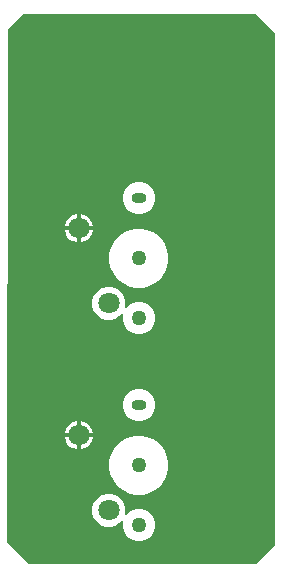
<source format=gbr>
G04*
G04 #@! TF.GenerationSoftware,Altium Limited,Altium Designer,23.0.1 (38)*
G04*
G04 Layer_Physical_Order=2*
G04 Layer_Color=16711680*
%FSLAX25Y25*%
%MOIN*%
G70*
G04*
G04 #@! TF.SameCoordinates,EBFAA98F-4B33-4929-AD0F-5C95987F4AB2*
G04*
G04*
G04 #@! TF.FilePolarity,Positive*
G04*
G01*
G75*
%ADD25O,0.05000X0.03347*%
%ADD26C,0.07087*%
%ADD27C,0.05000*%
G36*
X311786Y241214D02*
Y70286D01*
X305500Y64000D01*
X305331Y64169D01*
X229804D01*
X222468Y71505D01*
X222999Y242254D01*
X228245Y247500D01*
X305500D01*
X311786Y241214D01*
D02*
G37*
%LPC*%
G36*
X267200Y191315D02*
X265800D01*
X264448Y190953D01*
X263236Y190253D01*
X262247Y189263D01*
X261547Y188051D01*
X261185Y186700D01*
Y185300D01*
X261547Y183949D01*
X262247Y182737D01*
X263236Y181747D01*
X264448Y181047D01*
X265800Y180685D01*
X267200D01*
X268551Y181047D01*
X269763Y181747D01*
X270753Y182737D01*
X271453Y183949D01*
X271815Y185300D01*
Y186700D01*
X271453Y188051D01*
X270753Y189263D01*
X269763Y190253D01*
X268551Y190953D01*
X267200Y191315D01*
D02*
G37*
G36*
X247122Y180724D02*
X247091D01*
Y176591D01*
X251224D01*
Y176622D01*
X250902Y177824D01*
X250280Y178901D01*
X249401Y179780D01*
X248323Y180402D01*
X247122Y180724D01*
D02*
G37*
G36*
X245910D02*
X245878D01*
X244676Y180402D01*
X243599Y179780D01*
X242720Y178901D01*
X242098Y177824D01*
X241776Y176622D01*
Y176591D01*
X245910D01*
Y180724D01*
D02*
G37*
G36*
X251224Y175409D02*
X247091D01*
Y171276D01*
X247122D01*
X248323Y171598D01*
X249401Y172220D01*
X250280Y173099D01*
X250902Y174176D01*
X251224Y175378D01*
Y175409D01*
D02*
G37*
G36*
X245910D02*
X241776D01*
Y175378D01*
X242098Y174176D01*
X242720Y173099D01*
X243599Y172220D01*
X244676Y171598D01*
X245878Y171276D01*
X245910D01*
Y175409D01*
D02*
G37*
G36*
X267467Y175819D02*
X265533D01*
X263636Y175442D01*
X261849Y174701D01*
X260241Y173627D01*
X258873Y172259D01*
X257799Y170651D01*
X257058Y168864D01*
X256681Y166967D01*
Y165033D01*
X257058Y163136D01*
X257799Y161349D01*
X258873Y159741D01*
X260241Y158373D01*
X261849Y157299D01*
X263636Y156558D01*
X265533Y156181D01*
X267467D01*
X269364Y156558D01*
X271151Y157299D01*
X272759Y158373D01*
X274127Y159741D01*
X275201Y161349D01*
X275942Y163136D01*
X276319Y165033D01*
Y166967D01*
X275942Y168864D01*
X275201Y170651D01*
X274127Y172259D01*
X272759Y173627D01*
X271151Y174701D01*
X269364Y175442D01*
X267467Y175819D01*
D02*
G37*
G36*
X257226Y156512D02*
X255774D01*
X254373Y156136D01*
X253116Y155411D01*
X252090Y154384D01*
X251364Y153128D01*
X250988Y151726D01*
Y150274D01*
X251364Y148872D01*
X252090Y147616D01*
X253116Y146590D01*
X254373Y145864D01*
X255774Y145488D01*
X257226D01*
X258628Y145864D01*
X259884Y146590D01*
X260911Y147616D01*
X260915Y147623D01*
X261381Y147430D01*
X261185Y146700D01*
Y145300D01*
X261547Y143948D01*
X262247Y142737D01*
X263236Y141747D01*
X264448Y141047D01*
X265800Y140685D01*
X267200D01*
X268551Y141047D01*
X269763Y141747D01*
X270753Y142737D01*
X271453Y143948D01*
X271815Y145300D01*
Y146700D01*
X271453Y148052D01*
X270753Y149263D01*
X269763Y150253D01*
X268551Y150953D01*
X267200Y151315D01*
X265800D01*
X264448Y150953D01*
X263236Y150253D01*
X262247Y149264D01*
X261803Y149494D01*
X262012Y150274D01*
Y151726D01*
X261636Y153128D01*
X260911Y154384D01*
X259884Y155411D01*
X258628Y156136D01*
X257226Y156512D01*
D02*
G37*
G36*
X267200Y122315D02*
X265800D01*
X264448Y121953D01*
X263236Y121253D01*
X262247Y120263D01*
X261547Y119052D01*
X261185Y117700D01*
Y116300D01*
X261547Y114948D01*
X262247Y113737D01*
X263236Y112747D01*
X264448Y112047D01*
X265800Y111685D01*
X267200D01*
X268551Y112047D01*
X269763Y112747D01*
X270753Y113737D01*
X271453Y114948D01*
X271815Y116300D01*
Y117700D01*
X271453Y119052D01*
X270753Y120263D01*
X269763Y121253D01*
X268551Y121953D01*
X267200Y122315D01*
D02*
G37*
G36*
X247122Y111724D02*
X247091D01*
Y107591D01*
X251224D01*
Y107622D01*
X250902Y108824D01*
X250280Y109901D01*
X249401Y110781D01*
X248323Y111402D01*
X247122Y111724D01*
D02*
G37*
G36*
X245910D02*
X245878D01*
X244676Y111402D01*
X243599Y110781D01*
X242720Y109901D01*
X242098Y108824D01*
X241776Y107622D01*
Y107591D01*
X245910D01*
Y111724D01*
D02*
G37*
G36*
X251224Y106409D02*
X247091D01*
Y102276D01*
X247122D01*
X248323Y102598D01*
X249401Y103219D01*
X250280Y104099D01*
X250902Y105176D01*
X251224Y106378D01*
Y106409D01*
D02*
G37*
G36*
X245910D02*
X241776D01*
Y106378D01*
X242098Y105176D01*
X242720Y104099D01*
X243599Y103219D01*
X244676Y102598D01*
X245878Y102276D01*
X245910D01*
Y106409D01*
D02*
G37*
G36*
X267467Y106819D02*
X265533D01*
X263636Y106442D01*
X261849Y105701D01*
X260241Y104627D01*
X258873Y103259D01*
X257799Y101651D01*
X257058Y99864D01*
X256681Y97967D01*
Y96033D01*
X257058Y94136D01*
X257799Y92349D01*
X258873Y90741D01*
X260241Y89373D01*
X261849Y88299D01*
X263636Y87558D01*
X265533Y87181D01*
X267467D01*
X269364Y87558D01*
X271151Y88299D01*
X272759Y89373D01*
X274127Y90741D01*
X275201Y92349D01*
X275942Y94136D01*
X276319Y96033D01*
Y97967D01*
X275942Y99864D01*
X275201Y101651D01*
X274127Y103259D01*
X272759Y104627D01*
X271151Y105701D01*
X269364Y106442D01*
X267467Y106819D01*
D02*
G37*
G36*
X257226Y87512D02*
X255774D01*
X254373Y87136D01*
X253116Y86410D01*
X252090Y85384D01*
X251364Y84127D01*
X250988Y82726D01*
Y81274D01*
X251364Y79873D01*
X252090Y78616D01*
X253116Y77589D01*
X254373Y76864D01*
X255774Y76488D01*
X257226D01*
X258628Y76864D01*
X259884Y77589D01*
X260911Y78616D01*
X260915Y78623D01*
X261381Y78430D01*
X261185Y77700D01*
Y76300D01*
X261547Y74949D01*
X262247Y73737D01*
X263236Y72747D01*
X264448Y72047D01*
X265800Y71685D01*
X267200D01*
X268551Y72047D01*
X269763Y72747D01*
X270753Y73737D01*
X271453Y74949D01*
X271815Y76300D01*
Y77700D01*
X271453Y79052D01*
X270753Y80264D01*
X269763Y81253D01*
X268551Y81953D01*
X267200Y82315D01*
X265800D01*
X264448Y81953D01*
X263236Y81253D01*
X262247Y80264D01*
X261803Y80494D01*
X262012Y81274D01*
Y82726D01*
X261636Y84127D01*
X260911Y85384D01*
X259884Y86410D01*
X258628Y87136D01*
X257226Y87512D01*
D02*
G37*
%LPD*%
D25*
X266500Y117000D02*
D03*
Y186000D02*
D03*
D26*
X246500Y107000D02*
D03*
X256500Y82000D02*
D03*
X246500Y176000D02*
D03*
X256500Y151000D02*
D03*
D27*
X266500Y77000D02*
D03*
Y97000D02*
D03*
Y146000D02*
D03*
Y166000D02*
D03*
M02*

</source>
